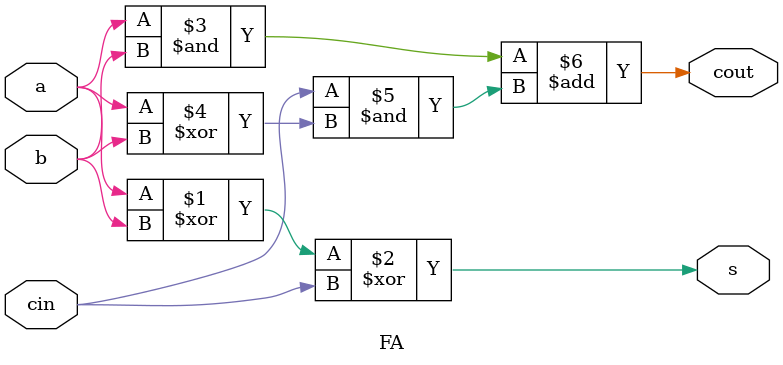
<source format=v>
`timescale 1ns / 1ps
module FA(a,b,cin,s,cout);

input a,b,cin;
output s,cout;

assign s    = (a^b)^cin;
assign cout = (a&b) + (cin & (a^b));


endmodule

</source>
